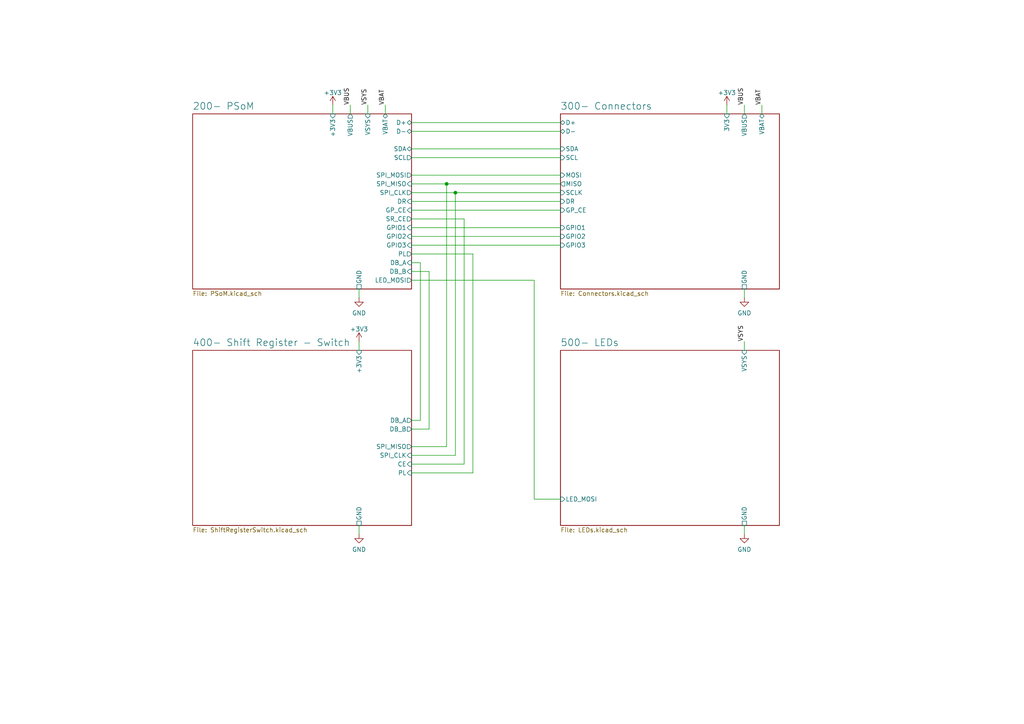
<source format=kicad_sch>
(kicad_sch (version 20231120) (generator "eeschema") (generator_version "8.0")
  (paper "A4")
  (title_block (title "PMK_Keyboard") (date "2024-06-08") (rev "HW02") (company "PumaCorp") (comment 1 "Design by: NdG"))
  (lib_symbols
    (symbol "power:+3V3" (power) (pin_names (offset 0))
      (property "Value" "+3V3" (at 0 3.556 0))
      (symbol "+3V3_0_1"
        (polyline (pts (xy -0.762 1.27) (xy 0 2.54)))
        (polyline (pts (xy 0 0) (xy 0 2.54)))
        (polyline (pts (xy 0 2.54) (xy 0.762 1.27)))
      )
      (symbol "+3V3_1_1"
        (pin power_in line (at 0 0 90) (length 0) hide (name "+3V3") (number "1"))
      )
    )
    (symbol "power:GND" (power) (pin_names (offset 0))
      (property "Value" "GND" (at 0 -3.81 0))
      (symbol "GND_0_1"
        (polyline (pts (xy 0 0) (xy 0 -1.27) (xy 1.27 -1.27) (xy 0 -2.54) (xy -1.27 -1.27) (xy 0 -1.27)))
      )
      (symbol "GND_1_1"
        (pin power_in line (at 0 0 270) (length 0) hide (name "GND") (number "1"))
      )
    )
  )
  (junction (at 129.54 53.34))
  (junction (at 132.08 55.88))
  (wire (pts (xy 119.38 55.88) (xy 132.08 55.88)))
  (wire (pts (xy 119.38 63.5) (xy 134.62 63.5)))
  (wire (pts (xy 215.9 152.4) (xy 215.9 154.94)))
  (wire (pts (xy 119.38 134.62) (xy 134.62 134.62)))
  (wire (pts (xy 106.68 30.48) (xy 106.68 33.02)))
  (wire (pts (xy 132.08 55.88) (xy 132.08 132.08)))
  (wire (pts (xy 119.38 73.66) (xy 137.16 73.66)))
  (wire (pts (xy 220.98 30.48) (xy 220.98 33.02)))
  (wire (pts (xy 124.46 124.46) (xy 124.46 78.74)))
  (wire (pts (xy 215.9 99.06) (xy 215.9 101.6)))
  (wire (pts (xy 104.14 83.82) (xy 104.14 86.36)))
  (wire (pts (xy 119.38 71.12) (xy 162.56 71.12)))
  (wire (pts (xy 96.52 30.48) (xy 96.52 33.02)))
  (wire (pts (xy 119.38 43.18) (xy 162.56 43.18)))
  (wire (pts (xy 129.54 53.34) (xy 162.56 53.34)))
  (wire (pts (xy 119.38 60.96) (xy 162.56 60.96)))
  (wire (pts (xy 137.16 73.66) (xy 137.16 137.16)))
  (wire (pts (xy 137.16 137.16) (xy 119.38 137.16)))
  (wire (pts (xy 119.38 76.2) (xy 121.92 76.2)))
  (wire (pts (xy 119.38 35.56) (xy 162.56 35.56)))
  (wire (pts (xy 121.92 76.2) (xy 121.92 121.92)))
  (wire (pts (xy 210.82 30.48) (xy 210.82 33.02)))
  (wire (pts (xy 119.38 58.42) (xy 162.56 58.42)))
  (wire (pts (xy 111.76 30.48) (xy 111.76 33.02)))
  (wire (pts (xy 119.38 50.8) (xy 162.56 50.8)))
  (wire (pts (xy 154.94 81.28) (xy 119.38 81.28)))
  (wire (pts (xy 119.38 129.54) (xy 129.54 129.54)))
  (wire (pts (xy 104.14 152.4) (xy 104.14 154.94)))
  (wire (pts (xy 104.14 99.06) (xy 104.14 101.6)))
  (wire (pts (xy 119.38 68.58) (xy 162.56 68.58)))
  (wire (pts (xy 119.38 66.04) (xy 162.56 66.04)))
  (wire (pts (xy 119.38 38.1) (xy 162.56 38.1)))
  (wire (pts (xy 215.9 30.48) (xy 215.9 33.02)))
  (wire (pts (xy 119.38 45.72) (xy 162.56 45.72)))
  (wire (pts (xy 132.08 132.08) (xy 119.38 132.08)))
  (wire (pts (xy 162.56 144.78) (xy 154.94 144.78)))
  (wire (pts (xy 119.38 124.46) (xy 124.46 124.46)))
  (wire (pts (xy 129.54 53.34) (xy 129.54 129.54)))
  (wire (pts (xy 215.9 83.82) (xy 215.9 86.36)))
  (wire (pts (xy 119.38 53.34) (xy 129.54 53.34)))
  (wire (pts (xy 101.6 30.48) (xy 101.6 33.02)))
  (wire (pts (xy 124.46 78.74) (xy 119.38 78.74)))
  (wire (pts (xy 132.08 55.88) (xy 162.56 55.88)))
  (wire (pts (xy 134.62 63.5) (xy 134.62 134.62)))
  (wire (pts (xy 154.94 144.78) (xy 154.94 81.28)))
  (wire (pts (xy 121.92 121.92) (xy 119.38 121.92)))
  (label "VBAT" (at 220.98 30.48 90))
  (label "VBUS" (at 215.9 30.48 90))
  (label "VBAT" (at 111.76 30.48 90))
  (label "VBUS" (at 101.6 30.48 90))
  (label "VSYS" (at 106.68 30.48 90))
  (label "VSYS" (at 215.9 99.06 90))
  (symbol (lib_id "power:+3V3") (at 210.82 30.48 0) (unit 1)
    (property "Reference" "#PWR0302" (effects (hide yes)))
    (property "Value" "+3V3" (at 210.82 26.9042 0))
  )
  (symbol (lib_id "power:+3V3") (at 96.52 30.48 0) (unit 1)
    (property "Reference" "#PWR0301" (effects (hide yes)))
    (property "Value" "+3V3" (at 96.52 26.9042 0))
  )
  (symbol (lib_id "power:+3V3") (at 104.14 99.06 0) (unit 1)
    (property "Reference" "#PWR0305" (effects (hide yes)))
    (property "Value" "+3V3" (at 104.14 95.4842 0))
  )
  (symbol (lib_id "power:GND") (at 104.14 154.94 0) (unit 1)
    (property "Reference" "#PWR0306" (effects (hide yes)))
    (property "Value" "GND" (at 104.14 159.3834 0))
  )
  (symbol (lib_id "power:GND") (at 215.9 154.94 0) (unit 1)
    (property "Reference" "#PWR0307" (effects (hide yes)))
    (property "Value" "GND" (at 215.9 159.3834 0))
  )
  (symbol (lib_id "power:GND") (at 104.14 86.36 0) (unit 1)
    (property "Reference" "#PWR0303" (effects (hide yes)))
    (property "Value" "GND" (at 104.14 90.8034 0))
  )
  (symbol (lib_id "power:GND") (at 215.9 86.36 0) (unit 1)
    (property "Reference" "#PWR0304" (effects (hide yes)))
    (property "Value" "GND" (at 215.9 90.8034 0))
  )
  (sheet (at 55.88 101.6) (size 63.5 50.8) (stroke (width 0.1524))
    (property "Sheetname" "400- Shift Register - Switch" (at 55.88 100.5234 0) (effects (font (size 2 2)) (justify left bottom)))
    (property "Sheetfile" "ShiftRegisterSwitch.kicad_sch" (at 55.88 152.9846 0) (effects (justify left top)))
    (pin "PL" input (at 119.38 137.16 0))
    (pin "CE" input (at 119.38 134.62 0))
    (pin "+3V3" input (at 104.14 101.6 90))
    (pin "SPI_MISO" output (at 119.38 129.54 0))
    (pin "GND" passive (at 104.14 152.4 270))
    (pin "SPI_CLK" input (at 119.38 132.08 0))
    (pin "DB_A" output (at 119.38 121.92 0))
    (pin "DB_B" output (at 119.38 124.46 0))
  )
  (sheet (at 162.56 33.02) (size 63.5 50.8) (stroke (width 0.1524))
    (property "Sheetname" "300- Connectors" (at 162.56 31.9434 0) (effects (font (size 2 2)) (justify left bottom)))
    (property "Sheetfile" "Connectors.kicad_sch" (at 162.56 84.4046 0) (effects (justify left top)))
    (pin "VBUS" output (at 215.9 33.02 90))
    (pin "D-" bidirectional (at 162.56 38.1 180))
    (pin "D+" bidirectional (at 162.56 35.56 180))
    (pin "GND" passive (at 215.9 83.82 270))
    (pin "VBAT" bidirectional (at 220.98 33.02 90))
    (pin "SCLK" input (at 162.56 55.88 180))
    (pin "MISO" output (at 162.56 53.34 180))
    (pin "MOSI" input (at 162.56 50.8 180))
    (pin "SDA" input (at 162.56 43.18 180))
    (pin "SCL" input (at 162.56 45.72 180))
    (pin "3V3" input (at 210.82 33.02 90))
    (pin "DR" input (at 162.56 58.42 180))
    (pin "GPIO1" input (at 162.56 66.04 180))
    (pin "GPIO3" input (at 162.56 71.12 180))
    (pin "GPIO2" input (at 162.56 68.58 180))
    (pin "GP_CE" input (at 162.56 60.96 180))
  )
  (sheet (at 162.56 101.6) (size 63.5 50.8) (stroke (width 0.1524))
    (property "Sheetname" "500- LEDs" (at 162.56 100.5234 0) (effects (font (size 2 2)) (justify left bottom)))
    (property "Sheetfile" "LEDs.kicad_sch" (at 162.56 152.9846 0) (effects (justify left top)))
    (pin "LED_MOSI" input (at 162.56 144.78 180))
    (pin "GND" passive (at 215.9 152.4 270))
    (pin "VSYS" input (at 215.9 101.6 90))
  )
  (sheet (at 55.88 33.02) (size 63.5 50.8) (stroke (width 0.1524))
    (property "Sheetname" "200- PSoM" (at 55.88 31.9434 0) (effects (font (size 2 2)) (justify left bottom)))
    (property "Sheetfile" "PSoM.kicad_sch" (at 55.88 84.4046 0) (effects (justify left top)))
    (pin "VBUS" output (at 101.6 33.02 90))
    (pin "D-" bidirectional (at 119.38 38.1 0))
    (pin "D+" bidirectional (at 119.38 35.56 0))
    (pin "GND" passive (at 104.14 83.82 270))
    (pin "VBAT" bidirectional (at 111.76 33.02 90))
    (pin "SPI_MISO" input (at 119.38 53.34 0))
    (pin "SPI_CLK" output (at 119.38 55.88 0))
    (pin "LED_MOSI" output (at 119.38 81.28 0))
    (pin "PL" output (at 119.38 73.66 0))
    (pin "+3V3" input (at 96.52 33.02 90))
    (pin "VSYS" input (at 106.68 33.02 90))
    (pin "SDA" bidirectional (at 119.38 43.18 0))
    (pin "SCL" output (at 119.38 45.72 0))
    (pin "SPI_MOSI" output (at 119.38 50.8 0))
    (pin "DR" input (at 119.38 58.42 0))
    (pin "DB_A" input (at 119.38 76.2 0))
    (pin "GPIO2" input (at 119.38 68.58 0))
    (pin "DB_B" input (at 119.38 78.74 0))
    (pin "GPIO1" input (at 119.38 66.04 0))
    (pin "GPIO3" input (at 119.38 71.12 0))
    (pin "SR_CE" output (at 119.38 63.5 0))
    (pin "GP_CE" input (at 119.38 60.96 0))
  )
)
</source>
